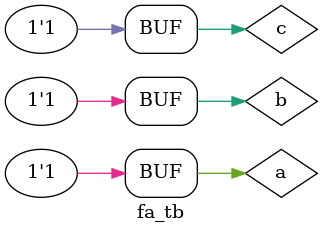
<source format=v>
module fulladder(
input a,b,c,
output sum,carry
);
assign sum=a^b^c;
assign carry=(a&b)|(b&c)|(c&a);
endmodule

module fa_tb();
reg a,b,c;
wire sum,carry;
fulladder dut(a,b,c,sum,carry);
initial begin
{a,b,c}=3'b000;#10;
{a,b,c}=3'b001;#10;
{a,b,c}=3'b010;#10;
{a,b,c}=3'b011;#10;
{a,b,c}=3'b100;#10;
{a,b,c}=3'b101;#10;
{a,b,c}=3'b110;#10;
{a,b,c}=3'b111;#10;
end 
initial $monitor("a=%0b b=%0b c=%0b sum=%0b carry=%0b",a,b,c,sum,carry);
endmodule

</source>
